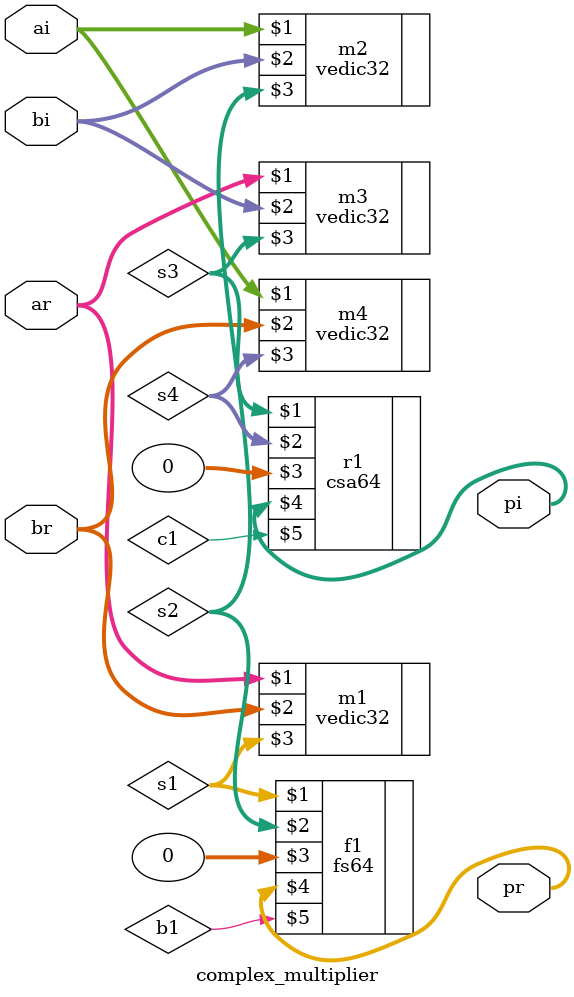
<source format=v>
`timescale 1ns / 1ps

module complex_multiplier(
input [31:0]ai,ar,bi,br,
output [63:0]pi,pr
    );
 wire [63:0]s1,s2,s3,s4;
 wire c1,b1;
vedic32 m1(ar,br,s1);
vedic32 m2(ai,bi,s2);
vedic32 m3(ar,bi,s3);
vedic32 m4(ai,br,s4);
csa64 r1(s3,s4,0,pi,c1);
fs64 f1(s1,s2,0,pr,b1);
endmodule

</source>
